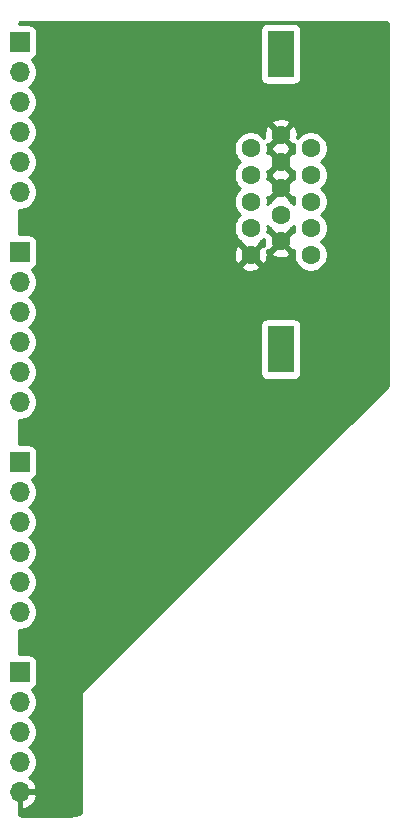
<source format=gbr>
G04 #@! TF.GenerationSoftware,KiCad,Pcbnew,5.1.5*
G04 #@! TF.CreationDate,2020-03-28T16:17:50-05:00*
G04 #@! TF.ProjectId,CavemanDAC,43617665-6d61-46e4-9441-432e6b696361,rev?*
G04 #@! TF.SameCoordinates,Original*
G04 #@! TF.FileFunction,Copper,L2,Bot*
G04 #@! TF.FilePolarity,Positive*
%FSLAX46Y46*%
G04 Gerber Fmt 4.6, Leading zero omitted, Abs format (unit mm)*
G04 Created by KiCad (PCBNEW 5.1.5) date 2020-03-28 16:17:50*
%MOMM*%
%LPD*%
G04 APERTURE LIST*
%ADD10R,1.700000X1.700000*%
%ADD11O,1.700000X1.700000*%
%ADD12R,2.200000X4.000000*%
%ADD13C,1.600000*%
%ADD14C,0.800000*%
%ADD15C,0.254000*%
G04 APERTURE END LIST*
D10*
X104200000Y-98350000D03*
D11*
X104200000Y-100890000D03*
X104200000Y-103430000D03*
X104200000Y-105970000D03*
X104200000Y-108510000D03*
X104200000Y-111050000D03*
D10*
X104200000Y-116130000D03*
D11*
X104200000Y-118670000D03*
X104200000Y-121210000D03*
X104200000Y-123750000D03*
X104200000Y-126290000D03*
X104200000Y-128830000D03*
X104200000Y-146605000D03*
X104200000Y-144065000D03*
X104200000Y-141525000D03*
X104200000Y-138985000D03*
X104200000Y-136445000D03*
D10*
X104200000Y-133905000D03*
D12*
X126300000Y-124350000D03*
X126300000Y-99350000D03*
D13*
X126300000Y-110725000D03*
X126300000Y-112975000D03*
X126300000Y-106225000D03*
X126300000Y-108475000D03*
X126300000Y-115225000D03*
X128840000Y-114100000D03*
X128840000Y-109600000D03*
X128840000Y-116350000D03*
X128840000Y-107350000D03*
X128840000Y-111850000D03*
X123760000Y-109600000D03*
X123760000Y-107350000D03*
X123760000Y-114100000D03*
X123760000Y-111850000D03*
X123760000Y-116350000D03*
D10*
X104200000Y-151680000D03*
D11*
X104200000Y-154220000D03*
X104200000Y-156760000D03*
X104200000Y-159300000D03*
X104200000Y-161840000D03*
D14*
X119500000Y-113500000D03*
X119500000Y-123000000D03*
X119500000Y-102500000D03*
D15*
G36*
X135334130Y-96716626D02*
G01*
X135373000Y-96756737D01*
X135373000Y-127447394D01*
X109410197Y-153410197D01*
X109394403Y-153429443D01*
X109382667Y-153451399D01*
X109375440Y-153475224D01*
X109373000Y-153500000D01*
X109373000Y-163606151D01*
X109211803Y-163693310D01*
X108869344Y-163799319D01*
X108482288Y-163840000D01*
X104532279Y-163840000D01*
X104143224Y-163801853D01*
X104127000Y-163796955D01*
X104127000Y-161967000D01*
X104327000Y-161967000D01*
X104327000Y-163160814D01*
X104556891Y-163281481D01*
X104831252Y-163184157D01*
X105081355Y-163035178D01*
X105297588Y-162840269D01*
X105471641Y-162606920D01*
X105596825Y-162344099D01*
X105641476Y-162196890D01*
X105520155Y-161967000D01*
X104327000Y-161967000D01*
X104127000Y-161967000D01*
X104127000Y-161693000D01*
X104327000Y-161693000D01*
X104327000Y-161713000D01*
X105520155Y-161713000D01*
X105641476Y-161483110D01*
X105596825Y-161335901D01*
X105471641Y-161073080D01*
X105297588Y-160839731D01*
X105081355Y-160644822D01*
X104964466Y-160575195D01*
X105146632Y-160453475D01*
X105353475Y-160246632D01*
X105515990Y-160003411D01*
X105627932Y-159733158D01*
X105685000Y-159446260D01*
X105685000Y-159153740D01*
X105627932Y-158866842D01*
X105515990Y-158596589D01*
X105353475Y-158353368D01*
X105146632Y-158146525D01*
X104972240Y-158030000D01*
X105146632Y-157913475D01*
X105353475Y-157706632D01*
X105515990Y-157463411D01*
X105627932Y-157193158D01*
X105685000Y-156906260D01*
X105685000Y-156613740D01*
X105627932Y-156326842D01*
X105515990Y-156056589D01*
X105353475Y-155813368D01*
X105146632Y-155606525D01*
X104972240Y-155490000D01*
X105146632Y-155373475D01*
X105353475Y-155166632D01*
X105515990Y-154923411D01*
X105627932Y-154653158D01*
X105685000Y-154366260D01*
X105685000Y-154073740D01*
X105627932Y-153786842D01*
X105515990Y-153516589D01*
X105353475Y-153273368D01*
X105221620Y-153141513D01*
X105294180Y-153119502D01*
X105404494Y-153060537D01*
X105501185Y-152981185D01*
X105580537Y-152884494D01*
X105639502Y-152774180D01*
X105675812Y-152654482D01*
X105688072Y-152530000D01*
X105688072Y-150830000D01*
X105675812Y-150705518D01*
X105639502Y-150585820D01*
X105580537Y-150475506D01*
X105501185Y-150378815D01*
X105404494Y-150299463D01*
X105294180Y-150240498D01*
X105174482Y-150204188D01*
X105050000Y-150191928D01*
X104127000Y-150191928D01*
X104127000Y-148090000D01*
X104346260Y-148090000D01*
X104633158Y-148032932D01*
X104903411Y-147920990D01*
X105146632Y-147758475D01*
X105353475Y-147551632D01*
X105515990Y-147308411D01*
X105627932Y-147038158D01*
X105685000Y-146751260D01*
X105685000Y-146458740D01*
X105627932Y-146171842D01*
X105515990Y-145901589D01*
X105353475Y-145658368D01*
X105146632Y-145451525D01*
X104972240Y-145335000D01*
X105146632Y-145218475D01*
X105353475Y-145011632D01*
X105515990Y-144768411D01*
X105627932Y-144498158D01*
X105685000Y-144211260D01*
X105685000Y-143918740D01*
X105627932Y-143631842D01*
X105515990Y-143361589D01*
X105353475Y-143118368D01*
X105146632Y-142911525D01*
X104972240Y-142795000D01*
X105146632Y-142678475D01*
X105353475Y-142471632D01*
X105515990Y-142228411D01*
X105627932Y-141958158D01*
X105685000Y-141671260D01*
X105685000Y-141378740D01*
X105627932Y-141091842D01*
X105515990Y-140821589D01*
X105353475Y-140578368D01*
X105146632Y-140371525D01*
X104972240Y-140255000D01*
X105146632Y-140138475D01*
X105353475Y-139931632D01*
X105515990Y-139688411D01*
X105627932Y-139418158D01*
X105685000Y-139131260D01*
X105685000Y-138838740D01*
X105627932Y-138551842D01*
X105515990Y-138281589D01*
X105353475Y-138038368D01*
X105146632Y-137831525D01*
X104972240Y-137715000D01*
X105146632Y-137598475D01*
X105353475Y-137391632D01*
X105515990Y-137148411D01*
X105627932Y-136878158D01*
X105685000Y-136591260D01*
X105685000Y-136298740D01*
X105627932Y-136011842D01*
X105515990Y-135741589D01*
X105353475Y-135498368D01*
X105221620Y-135366513D01*
X105294180Y-135344502D01*
X105404494Y-135285537D01*
X105501185Y-135206185D01*
X105580537Y-135109494D01*
X105639502Y-134999180D01*
X105675812Y-134879482D01*
X105688072Y-134755000D01*
X105688072Y-133055000D01*
X105675812Y-132930518D01*
X105639502Y-132810820D01*
X105580537Y-132700506D01*
X105501185Y-132603815D01*
X105404494Y-132524463D01*
X105294180Y-132465498D01*
X105174482Y-132429188D01*
X105050000Y-132416928D01*
X104127000Y-132416928D01*
X104127000Y-130315000D01*
X104346260Y-130315000D01*
X104633158Y-130257932D01*
X104903411Y-130145990D01*
X105146632Y-129983475D01*
X105353475Y-129776632D01*
X105515990Y-129533411D01*
X105627932Y-129263158D01*
X105685000Y-128976260D01*
X105685000Y-128683740D01*
X105627932Y-128396842D01*
X105515990Y-128126589D01*
X105353475Y-127883368D01*
X105146632Y-127676525D01*
X104972240Y-127560000D01*
X105146632Y-127443475D01*
X105353475Y-127236632D01*
X105515990Y-126993411D01*
X105627932Y-126723158D01*
X105685000Y-126436260D01*
X105685000Y-126143740D01*
X105627932Y-125856842D01*
X105515990Y-125586589D01*
X105353475Y-125343368D01*
X105146632Y-125136525D01*
X104972240Y-125020000D01*
X105146632Y-124903475D01*
X105353475Y-124696632D01*
X105515990Y-124453411D01*
X105627932Y-124183158D01*
X105685000Y-123896260D01*
X105685000Y-123603740D01*
X105627932Y-123316842D01*
X105515990Y-123046589D01*
X105353475Y-122803368D01*
X105146632Y-122596525D01*
X104972240Y-122480000D01*
X105146632Y-122363475D01*
X105160107Y-122350000D01*
X124561928Y-122350000D01*
X124561928Y-126350000D01*
X124574188Y-126474482D01*
X124610498Y-126594180D01*
X124669463Y-126704494D01*
X124748815Y-126801185D01*
X124845506Y-126880537D01*
X124955820Y-126939502D01*
X125075518Y-126975812D01*
X125200000Y-126988072D01*
X127400000Y-126988072D01*
X127524482Y-126975812D01*
X127644180Y-126939502D01*
X127754494Y-126880537D01*
X127851185Y-126801185D01*
X127930537Y-126704494D01*
X127989502Y-126594180D01*
X128025812Y-126474482D01*
X128038072Y-126350000D01*
X128038072Y-122350000D01*
X128025812Y-122225518D01*
X127989502Y-122105820D01*
X127930537Y-121995506D01*
X127851185Y-121898815D01*
X127754494Y-121819463D01*
X127644180Y-121760498D01*
X127524482Y-121724188D01*
X127400000Y-121711928D01*
X125200000Y-121711928D01*
X125075518Y-121724188D01*
X124955820Y-121760498D01*
X124845506Y-121819463D01*
X124748815Y-121898815D01*
X124669463Y-121995506D01*
X124610498Y-122105820D01*
X124574188Y-122225518D01*
X124561928Y-122350000D01*
X105160107Y-122350000D01*
X105353475Y-122156632D01*
X105515990Y-121913411D01*
X105627932Y-121643158D01*
X105685000Y-121356260D01*
X105685000Y-121063740D01*
X105627932Y-120776842D01*
X105515990Y-120506589D01*
X105353475Y-120263368D01*
X105146632Y-120056525D01*
X104972240Y-119940000D01*
X105146632Y-119823475D01*
X105353475Y-119616632D01*
X105515990Y-119373411D01*
X105627932Y-119103158D01*
X105685000Y-118816260D01*
X105685000Y-118523740D01*
X105627932Y-118236842D01*
X105515990Y-117966589D01*
X105353475Y-117723368D01*
X105221620Y-117591513D01*
X105294180Y-117569502D01*
X105404494Y-117510537D01*
X105501185Y-117431185D01*
X105573800Y-117342702D01*
X122946903Y-117342702D01*
X123018486Y-117586671D01*
X123273996Y-117707571D01*
X123548184Y-117776300D01*
X123830512Y-117790217D01*
X124110130Y-117748787D01*
X124376292Y-117653603D01*
X124501514Y-117586671D01*
X124573097Y-117342702D01*
X123760000Y-116529605D01*
X122946903Y-117342702D01*
X105573800Y-117342702D01*
X105580537Y-117334494D01*
X105639502Y-117224180D01*
X105675812Y-117104482D01*
X105688072Y-116980000D01*
X105688072Y-116420512D01*
X122319783Y-116420512D01*
X122361213Y-116700130D01*
X122456397Y-116966292D01*
X122523329Y-117091514D01*
X122767298Y-117163097D01*
X123580395Y-116350000D01*
X122767298Y-115536903D01*
X122523329Y-115608486D01*
X122402429Y-115863996D01*
X122333700Y-116138184D01*
X122319783Y-116420512D01*
X105688072Y-116420512D01*
X105688072Y-115280000D01*
X105675812Y-115155518D01*
X105639502Y-115035820D01*
X105580537Y-114925506D01*
X105501185Y-114828815D01*
X105404494Y-114749463D01*
X105294180Y-114690498D01*
X105174482Y-114654188D01*
X105050000Y-114641928D01*
X104127000Y-114641928D01*
X104127000Y-112535000D01*
X104346260Y-112535000D01*
X104633158Y-112477932D01*
X104903411Y-112365990D01*
X105146632Y-112203475D01*
X105353475Y-111996632D01*
X105515990Y-111753411D01*
X105627932Y-111483158D01*
X105685000Y-111196260D01*
X105685000Y-110903740D01*
X105627932Y-110616842D01*
X105515990Y-110346589D01*
X105353475Y-110103368D01*
X105146632Y-109896525D01*
X104972240Y-109780000D01*
X105146632Y-109663475D01*
X105353475Y-109456632D01*
X105515990Y-109213411D01*
X105627932Y-108943158D01*
X105685000Y-108656260D01*
X105685000Y-108363740D01*
X105627932Y-108076842D01*
X105515990Y-107806589D01*
X105353475Y-107563368D01*
X105146632Y-107356525D01*
X104972240Y-107240000D01*
X105019136Y-107208665D01*
X122325000Y-107208665D01*
X122325000Y-107491335D01*
X122380147Y-107768574D01*
X122488320Y-108029727D01*
X122645363Y-108264759D01*
X122845241Y-108464637D01*
X122860750Y-108475000D01*
X122845241Y-108485363D01*
X122645363Y-108685241D01*
X122488320Y-108920273D01*
X122380147Y-109181426D01*
X122325000Y-109458665D01*
X122325000Y-109741335D01*
X122380147Y-110018574D01*
X122488320Y-110279727D01*
X122645363Y-110514759D01*
X122845241Y-110714637D01*
X122860750Y-110725000D01*
X122845241Y-110735363D01*
X122645363Y-110935241D01*
X122488320Y-111170273D01*
X122380147Y-111431426D01*
X122325000Y-111708665D01*
X122325000Y-111991335D01*
X122380147Y-112268574D01*
X122488320Y-112529727D01*
X122645363Y-112764759D01*
X122845241Y-112964637D01*
X122860750Y-112975000D01*
X122845241Y-112985363D01*
X122645363Y-113185241D01*
X122488320Y-113420273D01*
X122380147Y-113681426D01*
X122325000Y-113958665D01*
X122325000Y-114241335D01*
X122380147Y-114518574D01*
X122488320Y-114779727D01*
X122645363Y-115014759D01*
X122845241Y-115214637D01*
X122965236Y-115294815D01*
X122946903Y-115357298D01*
X123760000Y-116170395D01*
X124573097Y-115357298D01*
X124554764Y-115294815D01*
X124674759Y-115214637D01*
X124873570Y-115015826D01*
X124859783Y-115295512D01*
X124901213Y-115575130D01*
X124903350Y-115581105D01*
X124752702Y-115536903D01*
X123939605Y-116350000D01*
X124752702Y-117163097D01*
X124996671Y-117091514D01*
X125117571Y-116836004D01*
X125186300Y-116561816D01*
X125200217Y-116279488D01*
X125191063Y-116217702D01*
X125486903Y-116217702D01*
X125558486Y-116461671D01*
X125813996Y-116582571D01*
X126088184Y-116651300D01*
X126370512Y-116665217D01*
X126650130Y-116623787D01*
X126916292Y-116528603D01*
X127041514Y-116461671D01*
X127113097Y-116217702D01*
X126300000Y-115404605D01*
X125486903Y-116217702D01*
X125191063Y-116217702D01*
X125158787Y-115999870D01*
X125156650Y-115993895D01*
X125307298Y-116038097D01*
X126120395Y-115225000D01*
X125307298Y-114411903D01*
X125152008Y-114457467D01*
X125195000Y-114241335D01*
X125195000Y-113958665D01*
X125179569Y-113881087D01*
X125185363Y-113889759D01*
X125385241Y-114089637D01*
X125505236Y-114169815D01*
X125486903Y-114232298D01*
X126300000Y-115045395D01*
X127113097Y-114232298D01*
X127094764Y-114169815D01*
X127214759Y-114089637D01*
X127414637Y-113889759D01*
X127420431Y-113881087D01*
X127405000Y-113958665D01*
X127405000Y-114241335D01*
X127447992Y-114457467D01*
X127292702Y-114411903D01*
X126479605Y-115225000D01*
X127292702Y-116038097D01*
X127447992Y-115992533D01*
X127405000Y-116208665D01*
X127405000Y-116491335D01*
X127460147Y-116768574D01*
X127568320Y-117029727D01*
X127725363Y-117264759D01*
X127925241Y-117464637D01*
X128160273Y-117621680D01*
X128421426Y-117729853D01*
X128698665Y-117785000D01*
X128981335Y-117785000D01*
X129258574Y-117729853D01*
X129519727Y-117621680D01*
X129754759Y-117464637D01*
X129954637Y-117264759D01*
X130111680Y-117029727D01*
X130219853Y-116768574D01*
X130275000Y-116491335D01*
X130275000Y-116208665D01*
X130219853Y-115931426D01*
X130111680Y-115670273D01*
X129954637Y-115435241D01*
X129754759Y-115235363D01*
X129739250Y-115225000D01*
X129754759Y-115214637D01*
X129954637Y-115014759D01*
X130111680Y-114779727D01*
X130219853Y-114518574D01*
X130275000Y-114241335D01*
X130275000Y-113958665D01*
X130219853Y-113681426D01*
X130111680Y-113420273D01*
X129954637Y-113185241D01*
X129754759Y-112985363D01*
X129739250Y-112975000D01*
X129754759Y-112964637D01*
X129954637Y-112764759D01*
X130111680Y-112529727D01*
X130219853Y-112268574D01*
X130275000Y-111991335D01*
X130275000Y-111708665D01*
X130219853Y-111431426D01*
X130111680Y-111170273D01*
X129954637Y-110935241D01*
X129754759Y-110735363D01*
X129739250Y-110725000D01*
X129754759Y-110714637D01*
X129954637Y-110514759D01*
X130111680Y-110279727D01*
X130219853Y-110018574D01*
X130275000Y-109741335D01*
X130275000Y-109458665D01*
X130219853Y-109181426D01*
X130111680Y-108920273D01*
X129954637Y-108685241D01*
X129754759Y-108485363D01*
X129739250Y-108475000D01*
X129754759Y-108464637D01*
X129954637Y-108264759D01*
X130111680Y-108029727D01*
X130219853Y-107768574D01*
X130275000Y-107491335D01*
X130275000Y-107208665D01*
X130219853Y-106931426D01*
X130111680Y-106670273D01*
X129954637Y-106435241D01*
X129754759Y-106235363D01*
X129519727Y-106078320D01*
X129258574Y-105970147D01*
X128981335Y-105915000D01*
X128698665Y-105915000D01*
X128421426Y-105970147D01*
X128160273Y-106078320D01*
X127925241Y-106235363D01*
X127726430Y-106434174D01*
X127740217Y-106154488D01*
X127698787Y-105874870D01*
X127603603Y-105608708D01*
X127536671Y-105483486D01*
X127292702Y-105411903D01*
X126479605Y-106225000D01*
X127292702Y-107038097D01*
X127447992Y-106992533D01*
X127405000Y-107208665D01*
X127405000Y-107491335D01*
X127447992Y-107707467D01*
X127292702Y-107661903D01*
X126479605Y-108475000D01*
X127292702Y-109288097D01*
X127447992Y-109242533D01*
X127405000Y-109458665D01*
X127405000Y-109741335D01*
X127447992Y-109957467D01*
X127292702Y-109911903D01*
X126479605Y-110725000D01*
X127292702Y-111538097D01*
X127447992Y-111492533D01*
X127405000Y-111708665D01*
X127405000Y-111991335D01*
X127420431Y-112068913D01*
X127414637Y-112060241D01*
X127214759Y-111860363D01*
X127094764Y-111780185D01*
X127113097Y-111717702D01*
X126300000Y-110904605D01*
X125486903Y-111717702D01*
X125505236Y-111780185D01*
X125385241Y-111860363D01*
X125185363Y-112060241D01*
X125179569Y-112068913D01*
X125195000Y-111991335D01*
X125195000Y-111708665D01*
X125152008Y-111492533D01*
X125307298Y-111538097D01*
X126120395Y-110725000D01*
X125307298Y-109911903D01*
X125152008Y-109957467D01*
X125195000Y-109741335D01*
X125195000Y-109467702D01*
X125486903Y-109467702D01*
X125525721Y-109600000D01*
X125486903Y-109732298D01*
X126300000Y-110545395D01*
X127113097Y-109732298D01*
X127074279Y-109600000D01*
X127113097Y-109467702D01*
X126300000Y-108654605D01*
X125486903Y-109467702D01*
X125195000Y-109467702D01*
X125195000Y-109458665D01*
X125152008Y-109242533D01*
X125307298Y-109288097D01*
X126120395Y-108475000D01*
X125307298Y-107661903D01*
X125152008Y-107707467D01*
X125195000Y-107491335D01*
X125195000Y-107217702D01*
X125486903Y-107217702D01*
X125525721Y-107350000D01*
X125486903Y-107482298D01*
X126300000Y-108295395D01*
X127113097Y-107482298D01*
X127074279Y-107350000D01*
X127113097Y-107217702D01*
X126300000Y-106404605D01*
X125486903Y-107217702D01*
X125195000Y-107217702D01*
X125195000Y-107208665D01*
X125152008Y-106992533D01*
X125307298Y-107038097D01*
X126120395Y-106225000D01*
X125307298Y-105411903D01*
X125063329Y-105483486D01*
X124942429Y-105738996D01*
X124873700Y-106013184D01*
X124859783Y-106295512D01*
X124882153Y-106446489D01*
X124874637Y-106435241D01*
X124674759Y-106235363D01*
X124439727Y-106078320D01*
X124178574Y-105970147D01*
X123901335Y-105915000D01*
X123618665Y-105915000D01*
X123341426Y-105970147D01*
X123080273Y-106078320D01*
X122845241Y-106235363D01*
X122645363Y-106435241D01*
X122488320Y-106670273D01*
X122380147Y-106931426D01*
X122325000Y-107208665D01*
X105019136Y-107208665D01*
X105146632Y-107123475D01*
X105353475Y-106916632D01*
X105515990Y-106673411D01*
X105627932Y-106403158D01*
X105685000Y-106116260D01*
X105685000Y-105823740D01*
X105627932Y-105536842D01*
X105515990Y-105266589D01*
X105493078Y-105232298D01*
X125486903Y-105232298D01*
X126300000Y-106045395D01*
X127113097Y-105232298D01*
X127041514Y-104988329D01*
X126786004Y-104867429D01*
X126511816Y-104798700D01*
X126229488Y-104784783D01*
X125949870Y-104826213D01*
X125683708Y-104921397D01*
X125558486Y-104988329D01*
X125486903Y-105232298D01*
X105493078Y-105232298D01*
X105353475Y-105023368D01*
X105146632Y-104816525D01*
X104972240Y-104700000D01*
X105146632Y-104583475D01*
X105353475Y-104376632D01*
X105515990Y-104133411D01*
X105627932Y-103863158D01*
X105685000Y-103576260D01*
X105685000Y-103283740D01*
X105627932Y-102996842D01*
X105515990Y-102726589D01*
X105353475Y-102483368D01*
X105146632Y-102276525D01*
X104972240Y-102160000D01*
X105146632Y-102043475D01*
X105353475Y-101836632D01*
X105515990Y-101593411D01*
X105627932Y-101323158D01*
X105685000Y-101036260D01*
X105685000Y-100743740D01*
X105627932Y-100456842D01*
X105515990Y-100186589D01*
X105353475Y-99943368D01*
X105221620Y-99811513D01*
X105294180Y-99789502D01*
X105404494Y-99730537D01*
X105501185Y-99651185D01*
X105580537Y-99554494D01*
X105639502Y-99444180D01*
X105675812Y-99324482D01*
X105688072Y-99200000D01*
X105688072Y-97500000D01*
X105675812Y-97375518D01*
X105668072Y-97350000D01*
X124561928Y-97350000D01*
X124561928Y-101350000D01*
X124574188Y-101474482D01*
X124610498Y-101594180D01*
X124669463Y-101704494D01*
X124748815Y-101801185D01*
X124845506Y-101880537D01*
X124955820Y-101939502D01*
X125075518Y-101975812D01*
X125200000Y-101988072D01*
X127400000Y-101988072D01*
X127524482Y-101975812D01*
X127644180Y-101939502D01*
X127754494Y-101880537D01*
X127851185Y-101801185D01*
X127930537Y-101704494D01*
X127989502Y-101594180D01*
X128025812Y-101474482D01*
X128038072Y-101350000D01*
X128038072Y-97350000D01*
X128025812Y-97225518D01*
X127989502Y-97105820D01*
X127930537Y-96995506D01*
X127851185Y-96898815D01*
X127754494Y-96819463D01*
X127644180Y-96760498D01*
X127524482Y-96724188D01*
X127400000Y-96711928D01*
X125200000Y-96711928D01*
X125075518Y-96724188D01*
X124955820Y-96760498D01*
X124845506Y-96819463D01*
X124748815Y-96898815D01*
X124669463Y-96995506D01*
X124610498Y-97105820D01*
X124574188Y-97225518D01*
X124561928Y-97350000D01*
X105668072Y-97350000D01*
X105639502Y-97255820D01*
X105580537Y-97145506D01*
X105501185Y-97048815D01*
X105404494Y-96969463D01*
X105294180Y-96910498D01*
X105174482Y-96874188D01*
X105050000Y-96861928D01*
X104127000Y-96861928D01*
X104127000Y-96768190D01*
X104270403Y-96629223D01*
X104273711Y-96627000D01*
X135209402Y-96627000D01*
X135334130Y-96716626D01*
G37*
X135334130Y-96716626D02*
X135373000Y-96756737D01*
X135373000Y-127447394D01*
X109410197Y-153410197D01*
X109394403Y-153429443D01*
X109382667Y-153451399D01*
X109375440Y-153475224D01*
X109373000Y-153500000D01*
X109373000Y-163606151D01*
X109211803Y-163693310D01*
X108869344Y-163799319D01*
X108482288Y-163840000D01*
X104532279Y-163840000D01*
X104143224Y-163801853D01*
X104127000Y-163796955D01*
X104127000Y-161967000D01*
X104327000Y-161967000D01*
X104327000Y-163160814D01*
X104556891Y-163281481D01*
X104831252Y-163184157D01*
X105081355Y-163035178D01*
X105297588Y-162840269D01*
X105471641Y-162606920D01*
X105596825Y-162344099D01*
X105641476Y-162196890D01*
X105520155Y-161967000D01*
X104327000Y-161967000D01*
X104127000Y-161967000D01*
X104127000Y-161693000D01*
X104327000Y-161693000D01*
X104327000Y-161713000D01*
X105520155Y-161713000D01*
X105641476Y-161483110D01*
X105596825Y-161335901D01*
X105471641Y-161073080D01*
X105297588Y-160839731D01*
X105081355Y-160644822D01*
X104964466Y-160575195D01*
X105146632Y-160453475D01*
X105353475Y-160246632D01*
X105515990Y-160003411D01*
X105627932Y-159733158D01*
X105685000Y-159446260D01*
X105685000Y-159153740D01*
X105627932Y-158866842D01*
X105515990Y-158596589D01*
X105353475Y-158353368D01*
X105146632Y-158146525D01*
X104972240Y-158030000D01*
X105146632Y-157913475D01*
X105353475Y-157706632D01*
X105515990Y-157463411D01*
X105627932Y-157193158D01*
X105685000Y-156906260D01*
X105685000Y-156613740D01*
X105627932Y-156326842D01*
X105515990Y-156056589D01*
X105353475Y-155813368D01*
X105146632Y-155606525D01*
X104972240Y-155490000D01*
X105146632Y-155373475D01*
X105353475Y-155166632D01*
X105515990Y-154923411D01*
X105627932Y-154653158D01*
X105685000Y-154366260D01*
X105685000Y-154073740D01*
X105627932Y-153786842D01*
X105515990Y-153516589D01*
X105353475Y-153273368D01*
X105221620Y-153141513D01*
X105294180Y-153119502D01*
X105404494Y-153060537D01*
X105501185Y-152981185D01*
X105580537Y-152884494D01*
X105639502Y-152774180D01*
X105675812Y-152654482D01*
X105688072Y-152530000D01*
X105688072Y-150830000D01*
X105675812Y-150705518D01*
X105639502Y-150585820D01*
X105580537Y-150475506D01*
X105501185Y-150378815D01*
X105404494Y-150299463D01*
X105294180Y-150240498D01*
X105174482Y-150204188D01*
X105050000Y-150191928D01*
X104127000Y-150191928D01*
X104127000Y-148090000D01*
X104346260Y-148090000D01*
X104633158Y-148032932D01*
X104903411Y-147920990D01*
X105146632Y-147758475D01*
X105353475Y-147551632D01*
X105515990Y-147308411D01*
X105627932Y-147038158D01*
X105685000Y-146751260D01*
X105685000Y-146458740D01*
X105627932Y-146171842D01*
X105515990Y-145901589D01*
X105353475Y-145658368D01*
X105146632Y-145451525D01*
X104972240Y-145335000D01*
X105146632Y-145218475D01*
X105353475Y-145011632D01*
X105515990Y-144768411D01*
X105627932Y-144498158D01*
X105685000Y-144211260D01*
X105685000Y-143918740D01*
X105627932Y-143631842D01*
X105515990Y-143361589D01*
X105353475Y-143118368D01*
X105146632Y-142911525D01*
X104972240Y-142795000D01*
X105146632Y-142678475D01*
X105353475Y-142471632D01*
X105515990Y-142228411D01*
X105627932Y-141958158D01*
X105685000Y-141671260D01*
X105685000Y-141378740D01*
X105627932Y-141091842D01*
X105515990Y-140821589D01*
X105353475Y-140578368D01*
X105146632Y-140371525D01*
X104972240Y-140255000D01*
X105146632Y-140138475D01*
X105353475Y-139931632D01*
X105515990Y-139688411D01*
X105627932Y-139418158D01*
X105685000Y-139131260D01*
X105685000Y-138838740D01*
X105627932Y-138551842D01*
X105515990Y-138281589D01*
X105353475Y-138038368D01*
X105146632Y-137831525D01*
X104972240Y-137715000D01*
X105146632Y-137598475D01*
X105353475Y-137391632D01*
X105515990Y-137148411D01*
X105627932Y-136878158D01*
X105685000Y-136591260D01*
X105685000Y-136298740D01*
X105627932Y-136011842D01*
X105515990Y-135741589D01*
X105353475Y-135498368D01*
X105221620Y-135366513D01*
X105294180Y-135344502D01*
X105404494Y-135285537D01*
X105501185Y-135206185D01*
X105580537Y-135109494D01*
X105639502Y-134999180D01*
X105675812Y-134879482D01*
X105688072Y-134755000D01*
X105688072Y-133055000D01*
X105675812Y-132930518D01*
X105639502Y-132810820D01*
X105580537Y-132700506D01*
X105501185Y-132603815D01*
X105404494Y-132524463D01*
X105294180Y-132465498D01*
X105174482Y-132429188D01*
X105050000Y-132416928D01*
X104127000Y-132416928D01*
X104127000Y-130315000D01*
X104346260Y-130315000D01*
X104633158Y-130257932D01*
X104903411Y-130145990D01*
X105146632Y-129983475D01*
X105353475Y-129776632D01*
X105515990Y-129533411D01*
X105627932Y-129263158D01*
X105685000Y-128976260D01*
X105685000Y-128683740D01*
X105627932Y-128396842D01*
X105515990Y-128126589D01*
X105353475Y-127883368D01*
X105146632Y-127676525D01*
X104972240Y-127560000D01*
X105146632Y-127443475D01*
X105353475Y-127236632D01*
X105515990Y-126993411D01*
X105627932Y-126723158D01*
X105685000Y-126436260D01*
X105685000Y-126143740D01*
X105627932Y-125856842D01*
X105515990Y-125586589D01*
X105353475Y-125343368D01*
X105146632Y-125136525D01*
X104972240Y-125020000D01*
X105146632Y-124903475D01*
X105353475Y-124696632D01*
X105515990Y-124453411D01*
X105627932Y-124183158D01*
X105685000Y-123896260D01*
X105685000Y-123603740D01*
X105627932Y-123316842D01*
X105515990Y-123046589D01*
X105353475Y-122803368D01*
X105146632Y-122596525D01*
X104972240Y-122480000D01*
X105146632Y-122363475D01*
X105160107Y-122350000D01*
X124561928Y-122350000D01*
X124561928Y-126350000D01*
X124574188Y-126474482D01*
X124610498Y-126594180D01*
X124669463Y-126704494D01*
X124748815Y-126801185D01*
X124845506Y-126880537D01*
X124955820Y-126939502D01*
X125075518Y-126975812D01*
X125200000Y-126988072D01*
X127400000Y-126988072D01*
X127524482Y-126975812D01*
X127644180Y-126939502D01*
X127754494Y-126880537D01*
X127851185Y-126801185D01*
X127930537Y-126704494D01*
X127989502Y-126594180D01*
X128025812Y-126474482D01*
X128038072Y-126350000D01*
X128038072Y-122350000D01*
X128025812Y-122225518D01*
X127989502Y-122105820D01*
X127930537Y-121995506D01*
X127851185Y-121898815D01*
X127754494Y-121819463D01*
X127644180Y-121760498D01*
X127524482Y-121724188D01*
X127400000Y-121711928D01*
X125200000Y-121711928D01*
X125075518Y-121724188D01*
X124955820Y-121760498D01*
X124845506Y-121819463D01*
X124748815Y-121898815D01*
X124669463Y-121995506D01*
X124610498Y-122105820D01*
X124574188Y-122225518D01*
X124561928Y-122350000D01*
X105160107Y-122350000D01*
X105353475Y-122156632D01*
X105515990Y-121913411D01*
X105627932Y-121643158D01*
X105685000Y-121356260D01*
X105685000Y-121063740D01*
X105627932Y-120776842D01*
X105515990Y-120506589D01*
X105353475Y-120263368D01*
X105146632Y-120056525D01*
X104972240Y-119940000D01*
X105146632Y-119823475D01*
X105353475Y-119616632D01*
X105515990Y-119373411D01*
X105627932Y-119103158D01*
X105685000Y-118816260D01*
X105685000Y-118523740D01*
X105627932Y-118236842D01*
X105515990Y-117966589D01*
X105353475Y-117723368D01*
X105221620Y-117591513D01*
X105294180Y-117569502D01*
X105404494Y-117510537D01*
X105501185Y-117431185D01*
X105573800Y-117342702D01*
X122946903Y-117342702D01*
X123018486Y-117586671D01*
X123273996Y-117707571D01*
X123548184Y-117776300D01*
X123830512Y-117790217D01*
X124110130Y-117748787D01*
X124376292Y-117653603D01*
X124501514Y-117586671D01*
X124573097Y-117342702D01*
X123760000Y-116529605D01*
X122946903Y-117342702D01*
X105573800Y-117342702D01*
X105580537Y-117334494D01*
X105639502Y-117224180D01*
X105675812Y-117104482D01*
X105688072Y-116980000D01*
X105688072Y-116420512D01*
X122319783Y-116420512D01*
X122361213Y-116700130D01*
X122456397Y-116966292D01*
X122523329Y-117091514D01*
X122767298Y-117163097D01*
X123580395Y-116350000D01*
X122767298Y-115536903D01*
X122523329Y-115608486D01*
X122402429Y-115863996D01*
X122333700Y-116138184D01*
X122319783Y-116420512D01*
X105688072Y-116420512D01*
X105688072Y-115280000D01*
X105675812Y-115155518D01*
X105639502Y-115035820D01*
X105580537Y-114925506D01*
X105501185Y-114828815D01*
X105404494Y-114749463D01*
X105294180Y-114690498D01*
X105174482Y-114654188D01*
X105050000Y-114641928D01*
X104127000Y-114641928D01*
X104127000Y-112535000D01*
X104346260Y-112535000D01*
X104633158Y-112477932D01*
X104903411Y-112365990D01*
X105146632Y-112203475D01*
X105353475Y-111996632D01*
X105515990Y-111753411D01*
X105627932Y-111483158D01*
X105685000Y-111196260D01*
X105685000Y-110903740D01*
X105627932Y-110616842D01*
X105515990Y-110346589D01*
X105353475Y-110103368D01*
X105146632Y-109896525D01*
X104972240Y-109780000D01*
X105146632Y-109663475D01*
X105353475Y-109456632D01*
X105515990Y-109213411D01*
X105627932Y-108943158D01*
X105685000Y-108656260D01*
X105685000Y-108363740D01*
X105627932Y-108076842D01*
X105515990Y-107806589D01*
X105353475Y-107563368D01*
X105146632Y-107356525D01*
X104972240Y-107240000D01*
X105019136Y-107208665D01*
X122325000Y-107208665D01*
X122325000Y-107491335D01*
X122380147Y-107768574D01*
X122488320Y-108029727D01*
X122645363Y-108264759D01*
X122845241Y-108464637D01*
X122860750Y-108475000D01*
X122845241Y-108485363D01*
X122645363Y-108685241D01*
X122488320Y-108920273D01*
X122380147Y-109181426D01*
X122325000Y-109458665D01*
X122325000Y-109741335D01*
X122380147Y-110018574D01*
X122488320Y-110279727D01*
X122645363Y-110514759D01*
X122845241Y-110714637D01*
X122860750Y-110725000D01*
X122845241Y-110735363D01*
X122645363Y-110935241D01*
X122488320Y-111170273D01*
X122380147Y-111431426D01*
X122325000Y-111708665D01*
X122325000Y-111991335D01*
X122380147Y-112268574D01*
X122488320Y-112529727D01*
X122645363Y-112764759D01*
X122845241Y-112964637D01*
X122860750Y-112975000D01*
X122845241Y-112985363D01*
X122645363Y-113185241D01*
X122488320Y-113420273D01*
X122380147Y-113681426D01*
X122325000Y-113958665D01*
X122325000Y-114241335D01*
X122380147Y-114518574D01*
X122488320Y-114779727D01*
X122645363Y-115014759D01*
X122845241Y-115214637D01*
X122965236Y-115294815D01*
X122946903Y-115357298D01*
X123760000Y-116170395D01*
X124573097Y-115357298D01*
X124554764Y-115294815D01*
X124674759Y-115214637D01*
X124873570Y-115015826D01*
X124859783Y-115295512D01*
X124901213Y-115575130D01*
X124903350Y-115581105D01*
X124752702Y-115536903D01*
X123939605Y-116350000D01*
X124752702Y-117163097D01*
X124996671Y-117091514D01*
X125117571Y-116836004D01*
X125186300Y-116561816D01*
X125200217Y-116279488D01*
X125191063Y-116217702D01*
X125486903Y-116217702D01*
X125558486Y-116461671D01*
X125813996Y-116582571D01*
X126088184Y-116651300D01*
X126370512Y-116665217D01*
X126650130Y-116623787D01*
X126916292Y-116528603D01*
X127041514Y-116461671D01*
X127113097Y-116217702D01*
X126300000Y-115404605D01*
X125486903Y-116217702D01*
X125191063Y-116217702D01*
X125158787Y-115999870D01*
X125156650Y-115993895D01*
X125307298Y-116038097D01*
X126120395Y-115225000D01*
X125307298Y-114411903D01*
X125152008Y-114457467D01*
X125195000Y-114241335D01*
X125195000Y-113958665D01*
X125179569Y-113881087D01*
X125185363Y-113889759D01*
X125385241Y-114089637D01*
X125505236Y-114169815D01*
X125486903Y-114232298D01*
X126300000Y-115045395D01*
X127113097Y-114232298D01*
X127094764Y-114169815D01*
X127214759Y-114089637D01*
X127414637Y-113889759D01*
X127420431Y-113881087D01*
X127405000Y-113958665D01*
X127405000Y-114241335D01*
X127447992Y-114457467D01*
X127292702Y-114411903D01*
X126479605Y-115225000D01*
X127292702Y-116038097D01*
X127447992Y-115992533D01*
X127405000Y-116208665D01*
X127405000Y-116491335D01*
X127460147Y-116768574D01*
X127568320Y-117029727D01*
X127725363Y-117264759D01*
X127925241Y-117464637D01*
X128160273Y-117621680D01*
X128421426Y-117729853D01*
X128698665Y-117785000D01*
X128981335Y-117785000D01*
X129258574Y-117729853D01*
X129519727Y-117621680D01*
X129754759Y-117464637D01*
X129954637Y-117264759D01*
X130111680Y-117029727D01*
X130219853Y-116768574D01*
X130275000Y-116491335D01*
X130275000Y-116208665D01*
X130219853Y-115931426D01*
X130111680Y-115670273D01*
X129954637Y-115435241D01*
X129754759Y-115235363D01*
X129739250Y-115225000D01*
X129754759Y-115214637D01*
X129954637Y-115014759D01*
X130111680Y-114779727D01*
X130219853Y-114518574D01*
X130275000Y-114241335D01*
X130275000Y-113958665D01*
X130219853Y-113681426D01*
X130111680Y-113420273D01*
X129954637Y-113185241D01*
X129754759Y-112985363D01*
X129739250Y-112975000D01*
X129754759Y-112964637D01*
X129954637Y-112764759D01*
X130111680Y-112529727D01*
X130219853Y-112268574D01*
X130275000Y-111991335D01*
X130275000Y-111708665D01*
X130219853Y-111431426D01*
X130111680Y-111170273D01*
X129954637Y-110935241D01*
X129754759Y-110735363D01*
X129739250Y-110725000D01*
X129754759Y-110714637D01*
X129954637Y-110514759D01*
X130111680Y-110279727D01*
X130219853Y-110018574D01*
X130275000Y-109741335D01*
X130275000Y-109458665D01*
X130219853Y-109181426D01*
X130111680Y-108920273D01*
X129954637Y-108685241D01*
X129754759Y-108485363D01*
X129739250Y-108475000D01*
X129754759Y-108464637D01*
X129954637Y-108264759D01*
X130111680Y-108029727D01*
X130219853Y-107768574D01*
X130275000Y-107491335D01*
X130275000Y-107208665D01*
X130219853Y-106931426D01*
X130111680Y-106670273D01*
X129954637Y-106435241D01*
X129754759Y-106235363D01*
X129519727Y-106078320D01*
X129258574Y-105970147D01*
X128981335Y-105915000D01*
X128698665Y-105915000D01*
X128421426Y-105970147D01*
X128160273Y-106078320D01*
X127925241Y-106235363D01*
X127726430Y-106434174D01*
X127740217Y-106154488D01*
X127698787Y-105874870D01*
X127603603Y-105608708D01*
X127536671Y-105483486D01*
X127292702Y-105411903D01*
X126479605Y-106225000D01*
X127292702Y-107038097D01*
X127447992Y-106992533D01*
X127405000Y-107208665D01*
X127405000Y-107491335D01*
X127447992Y-107707467D01*
X127292702Y-107661903D01*
X126479605Y-108475000D01*
X127292702Y-109288097D01*
X127447992Y-109242533D01*
X127405000Y-109458665D01*
X127405000Y-109741335D01*
X127447992Y-109957467D01*
X127292702Y-109911903D01*
X126479605Y-110725000D01*
X127292702Y-111538097D01*
X127447992Y-111492533D01*
X127405000Y-111708665D01*
X127405000Y-111991335D01*
X127420431Y-112068913D01*
X127414637Y-112060241D01*
X127214759Y-111860363D01*
X127094764Y-111780185D01*
X127113097Y-111717702D01*
X126300000Y-110904605D01*
X125486903Y-111717702D01*
X125505236Y-111780185D01*
X125385241Y-111860363D01*
X125185363Y-112060241D01*
X125179569Y-112068913D01*
X125195000Y-111991335D01*
X125195000Y-111708665D01*
X125152008Y-111492533D01*
X125307298Y-111538097D01*
X126120395Y-110725000D01*
X125307298Y-109911903D01*
X125152008Y-109957467D01*
X125195000Y-109741335D01*
X125195000Y-109467702D01*
X125486903Y-109467702D01*
X125525721Y-109600000D01*
X125486903Y-109732298D01*
X126300000Y-110545395D01*
X127113097Y-109732298D01*
X127074279Y-109600000D01*
X127113097Y-109467702D01*
X126300000Y-108654605D01*
X125486903Y-109467702D01*
X125195000Y-109467702D01*
X125195000Y-109458665D01*
X125152008Y-109242533D01*
X125307298Y-109288097D01*
X126120395Y-108475000D01*
X125307298Y-107661903D01*
X125152008Y-107707467D01*
X125195000Y-107491335D01*
X125195000Y-107217702D01*
X125486903Y-107217702D01*
X125525721Y-107350000D01*
X125486903Y-107482298D01*
X126300000Y-108295395D01*
X127113097Y-107482298D01*
X127074279Y-107350000D01*
X127113097Y-107217702D01*
X126300000Y-106404605D01*
X125486903Y-107217702D01*
X125195000Y-107217702D01*
X125195000Y-107208665D01*
X125152008Y-106992533D01*
X125307298Y-107038097D01*
X126120395Y-106225000D01*
X125307298Y-105411903D01*
X125063329Y-105483486D01*
X124942429Y-105738996D01*
X124873700Y-106013184D01*
X124859783Y-106295512D01*
X124882153Y-106446489D01*
X124874637Y-106435241D01*
X124674759Y-106235363D01*
X124439727Y-106078320D01*
X124178574Y-105970147D01*
X123901335Y-105915000D01*
X123618665Y-105915000D01*
X123341426Y-105970147D01*
X123080273Y-106078320D01*
X122845241Y-106235363D01*
X122645363Y-106435241D01*
X122488320Y-106670273D01*
X122380147Y-106931426D01*
X122325000Y-107208665D01*
X105019136Y-107208665D01*
X105146632Y-107123475D01*
X105353475Y-106916632D01*
X105515990Y-106673411D01*
X105627932Y-106403158D01*
X105685000Y-106116260D01*
X105685000Y-105823740D01*
X105627932Y-105536842D01*
X105515990Y-105266589D01*
X105493078Y-105232298D01*
X125486903Y-105232298D01*
X126300000Y-106045395D01*
X127113097Y-105232298D01*
X127041514Y-104988329D01*
X126786004Y-104867429D01*
X126511816Y-104798700D01*
X126229488Y-104784783D01*
X125949870Y-104826213D01*
X125683708Y-104921397D01*
X125558486Y-104988329D01*
X125486903Y-105232298D01*
X105493078Y-105232298D01*
X105353475Y-105023368D01*
X105146632Y-104816525D01*
X104972240Y-104700000D01*
X105146632Y-104583475D01*
X105353475Y-104376632D01*
X105515990Y-104133411D01*
X105627932Y-103863158D01*
X105685000Y-103576260D01*
X105685000Y-103283740D01*
X105627932Y-102996842D01*
X105515990Y-102726589D01*
X105353475Y-102483368D01*
X105146632Y-102276525D01*
X104972240Y-102160000D01*
X105146632Y-102043475D01*
X105353475Y-101836632D01*
X105515990Y-101593411D01*
X105627932Y-101323158D01*
X105685000Y-101036260D01*
X105685000Y-100743740D01*
X105627932Y-100456842D01*
X105515990Y-100186589D01*
X105353475Y-99943368D01*
X105221620Y-99811513D01*
X105294180Y-99789502D01*
X105404494Y-99730537D01*
X105501185Y-99651185D01*
X105580537Y-99554494D01*
X105639502Y-99444180D01*
X105675812Y-99324482D01*
X105688072Y-99200000D01*
X105688072Y-97500000D01*
X105675812Y-97375518D01*
X105668072Y-97350000D01*
X124561928Y-97350000D01*
X124561928Y-101350000D01*
X124574188Y-101474482D01*
X124610498Y-101594180D01*
X124669463Y-101704494D01*
X124748815Y-101801185D01*
X124845506Y-101880537D01*
X124955820Y-101939502D01*
X125075518Y-101975812D01*
X125200000Y-101988072D01*
X127400000Y-101988072D01*
X127524482Y-101975812D01*
X127644180Y-101939502D01*
X127754494Y-101880537D01*
X127851185Y-101801185D01*
X127930537Y-101704494D01*
X127989502Y-101594180D01*
X128025812Y-101474482D01*
X128038072Y-101350000D01*
X128038072Y-97350000D01*
X128025812Y-97225518D01*
X127989502Y-97105820D01*
X127930537Y-96995506D01*
X127851185Y-96898815D01*
X127754494Y-96819463D01*
X127644180Y-96760498D01*
X127524482Y-96724188D01*
X127400000Y-96711928D01*
X125200000Y-96711928D01*
X125075518Y-96724188D01*
X124955820Y-96760498D01*
X124845506Y-96819463D01*
X124748815Y-96898815D01*
X124669463Y-96995506D01*
X124610498Y-97105820D01*
X124574188Y-97225518D01*
X124561928Y-97350000D01*
X105668072Y-97350000D01*
X105639502Y-97255820D01*
X105580537Y-97145506D01*
X105501185Y-97048815D01*
X105404494Y-96969463D01*
X105294180Y-96910498D01*
X105174482Y-96874188D01*
X105050000Y-96861928D01*
X104127000Y-96861928D01*
X104127000Y-96768190D01*
X104270403Y-96629223D01*
X104273711Y-96627000D01*
X135209402Y-96627000D01*
X135334130Y-96716626D01*
M02*

</source>
